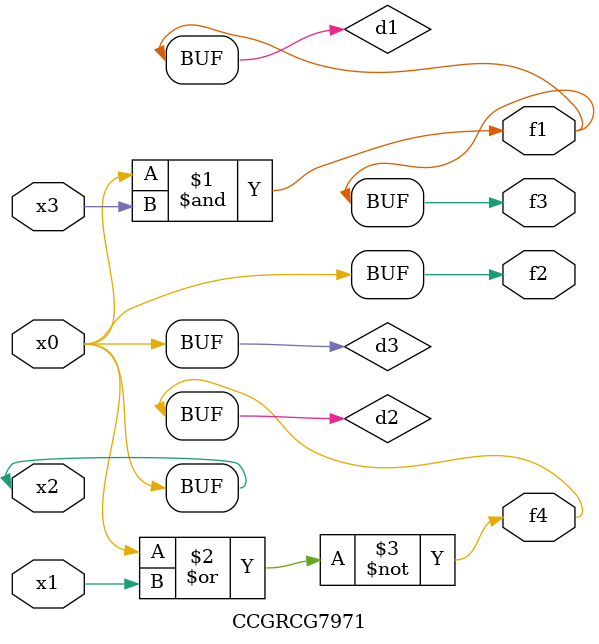
<source format=v>
module CCGRCG7971(
	input x0, x1, x2, x3,
	output f1, f2, f3, f4
);

	wire d1, d2, d3;

	and (d1, x2, x3);
	nor (d2, x0, x1);
	buf (d3, x0, x2);
	assign f1 = d1;
	assign f2 = d3;
	assign f3 = d1;
	assign f4 = d2;
endmodule

</source>
